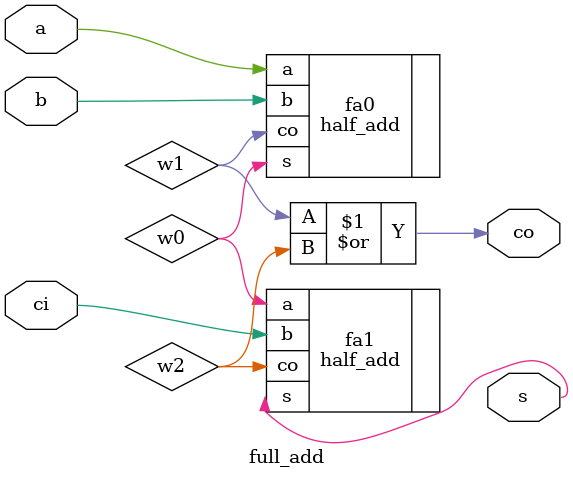
<source format=v>
`timescale 1ns/1ns

module full_add(a, b, ci, co, s); /* define module */
	input  a, b, ci;              /* input port */
	output co, s;                 /* output port */
	wire   w0, w1, w2;            /* wire */
	
	/* connect pre-defined module */
	half_add fa0(.a(a),  .b(b),  .co(w1), .s(w0));
	half_add fa1(.a(w0), .b(ci), .co(w2), .s(s));
	
	/* assign output */
	assign co = w1 | w2;
	
endmodule

</source>
